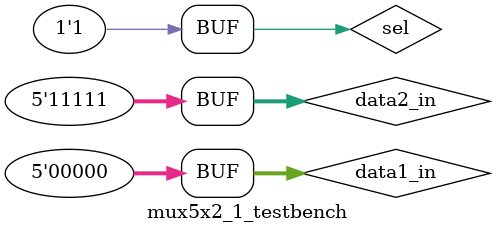
<source format=sv>
`timescale 1ns/10ps
module mux5x2_1(data1_in, data2_in, data_out, sel);

	input logic[4:0] data1_in, data2_in;
	output logic[4:0] data_out;
	input logic sel;
	
	genvar i;
	
	generate
		for (i = 0; i < 5; i++) begin : each_itr
			mux2_1 each_mux(.data1_in(data1_in[i]), .data2_in(data2_in[i]), .data_out(data_out[i]), .sel);
		end
	endgenerate
	
endmodule

module mux5x2_1_testbench();

	logic[4:0] data1_in, data2_in;
	logic[4:0] data_out;
	logic sel;
	
	mux5x2_1 dut(.data1_in, .data2_in, .data_out, .sel);
	
	initial begin
		data1_in = 5'd0; data2_in = 5'd10; sel = 1'b0; #10;
		data1_in = 5'd0; data2_in = 5'd10; sel = 1'b1; #10;
		data1_in = 5'd0; data2_in = 5'd31; sel = 1'b0; #10;
		data1_in = 5'd0; data2_in = 5'd31; sel = 1'b1; #10;
	end
endmodule

</source>
